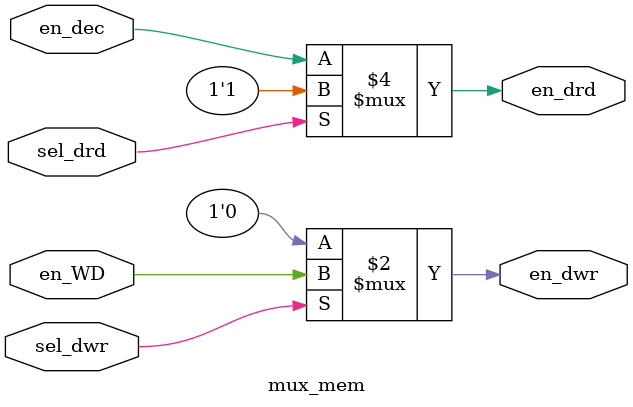
<source format=v>
`timescale 1ns / 1ps

module mux_mem(en_dec, en_WD, sel_drd, sel_dwr, en_drd, en_dwr);

input en_dec,sel_drd;
output en_drd;
input en_WD,sel_dwr;
output en_dwr;

assign en_dwr = (sel_dwr==1) ? en_WD : 1'b0;

assign en_drd = (sel_drd==0) ? en_dec : 1'b1;

endmodule
</source>
